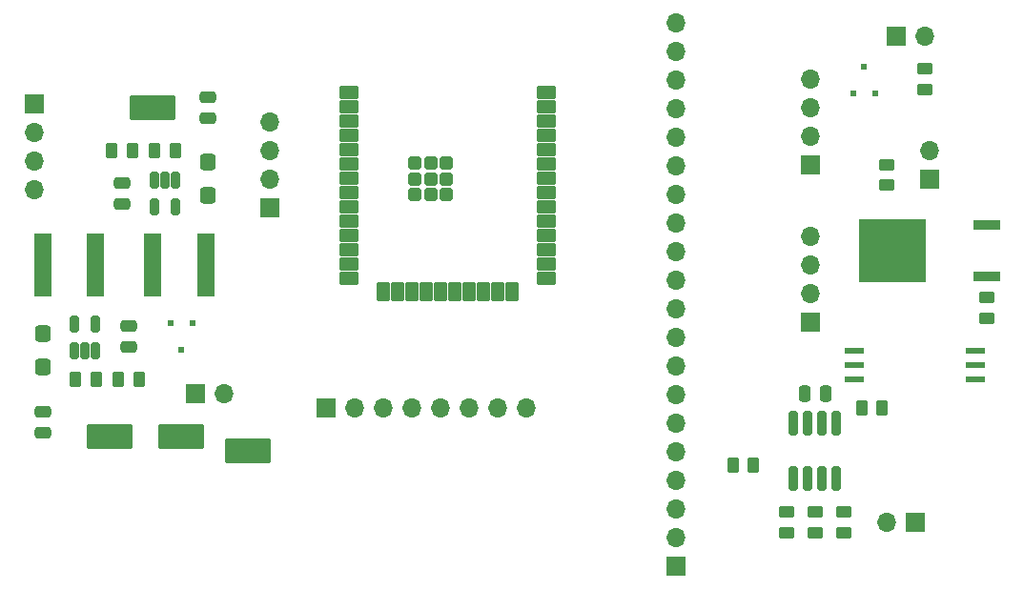
<source format=gbr>
%TF.GenerationSoftware,KiCad,Pcbnew,7.0.7*%
%TF.CreationDate,2023-09-28T16:33:33-05:00*%
%TF.ProjectId,CatLasers,4361744c-6173-4657-9273-2e6b69636164,rev?*%
%TF.SameCoordinates,Original*%
%TF.FileFunction,Soldermask,Top*%
%TF.FilePolarity,Negative*%
%FSLAX46Y46*%
G04 Gerber Fmt 4.6, Leading zero omitted, Abs format (unit mm)*
G04 Created by KiCad (PCBNEW 7.0.7) date 2023-09-28 16:33:33*
%MOMM*%
%LPD*%
G01*
G04 APERTURE LIST*
G04 Aperture macros list*
%AMRoundRect*
0 Rectangle with rounded corners*
0 $1 Rounding radius*
0 $2 $3 $4 $5 $6 $7 $8 $9 X,Y pos of 4 corners*
0 Add a 4 corners polygon primitive as box body*
4,1,4,$2,$3,$4,$5,$6,$7,$8,$9,$2,$3,0*
0 Add four circle primitives for the rounded corners*
1,1,$1+$1,$2,$3*
1,1,$1+$1,$4,$5*
1,1,$1+$1,$6,$7*
1,1,$1+$1,$8,$9*
0 Add four rect primitives between the rounded corners*
20,1,$1+$1,$2,$3,$4,$5,0*
20,1,$1+$1,$4,$5,$6,$7,0*
20,1,$1+$1,$6,$7,$8,$9,0*
20,1,$1+$1,$8,$9,$2,$3,0*%
G04 Aperture macros list end*
%ADD10RoundRect,0.102000X-0.750000X-0.450000X0.750000X-0.450000X0.750000X0.450000X-0.750000X0.450000X0*%
%ADD11RoundRect,0.102000X-0.450000X-0.750000X0.450000X-0.750000X0.450000X0.750000X-0.450000X0.750000X0*%
%ADD12RoundRect,0.102000X-0.450000X-0.450000X0.450000X-0.450000X0.450000X0.450000X-0.450000X0.450000X0*%
%ADD13R,1.701800X0.558800*%
%ADD14R,1.700000X1.700000*%
%ADD15O,1.700000X1.700000*%
%ADD16RoundRect,0.102000X1.900000X1.015000X-1.900000X1.015000X-1.900000X-1.015000X1.900000X-1.015000X0*%
%ADD17RoundRect,0.102000X-1.900000X-1.015000X1.900000X-1.015000X1.900000X1.015000X-1.900000X1.015000X0*%
%ADD18RoundRect,0.285000X-0.427000X0.437000X-0.427000X-0.437000X0.427000X-0.437000X0.427000X0.437000X0*%
%ADD19RoundRect,0.144000X0.258000X-0.943000X0.258000X0.943000X-0.258000X0.943000X-0.258000X-0.943000X0*%
%ADD20R,2.413000X0.939800*%
%ADD21R,6.019800X5.562600*%
%ADD22RoundRect,0.143300X0.253700X-0.578700X0.253700X0.578700X-0.253700X0.578700X-0.253700X-0.578700X0*%
%ADD23RoundRect,0.143300X-0.253700X0.578700X-0.253700X-0.578700X0.253700X-0.578700X0.253700X0.578700X0*%
%ADD24RoundRect,0.250000X-0.450000X0.262500X-0.450000X-0.262500X0.450000X-0.262500X0.450000X0.262500X0*%
%ADD25RoundRect,0.250000X0.450000X-0.262500X0.450000X0.262500X-0.450000X0.262500X-0.450000X-0.262500X0*%
%ADD26RoundRect,0.250000X-0.262500X-0.450000X0.262500X-0.450000X0.262500X0.450000X-0.262500X0.450000X0*%
%ADD27RoundRect,0.250000X0.262500X0.450000X-0.262500X0.450000X-0.262500X-0.450000X0.262500X-0.450000X0*%
%ADD28R,0.508000X0.508000*%
%ADD29R,1.600200X5.689600*%
%ADD30RoundRect,0.250000X-0.250000X-0.475000X0.250000X-0.475000X0.250000X0.475000X-0.250000X0.475000X0*%
%ADD31RoundRect,0.250000X0.475000X-0.250000X0.475000X0.250000X-0.475000X0.250000X-0.475000X-0.250000X0*%
G04 APERTURE END LIST*
D10*
%TO.C,U2*%
X76975000Y-29105000D03*
X76975000Y-30375000D03*
X76975000Y-31645000D03*
X76975000Y-32915000D03*
X76975000Y-34185000D03*
X76975000Y-35455000D03*
X76975000Y-36725000D03*
X76975000Y-37995000D03*
X76975000Y-39265000D03*
X76975000Y-40535000D03*
X76975000Y-41805000D03*
X76975000Y-43075000D03*
X76975000Y-44345000D03*
X76975000Y-45615000D03*
D11*
X80010000Y-46865000D03*
X81280000Y-46865000D03*
X82550000Y-46865000D03*
X83820000Y-46865000D03*
X85090000Y-46865000D03*
X86360000Y-46865000D03*
X87630000Y-46865000D03*
X88900000Y-46865000D03*
X90170000Y-46865000D03*
X91440000Y-46865000D03*
D10*
X94475000Y-45615000D03*
X94475000Y-44345000D03*
X94475000Y-43075000D03*
X94475000Y-41805000D03*
X94475000Y-40535000D03*
X94475000Y-39265000D03*
X94475000Y-37995000D03*
X94475000Y-36725000D03*
X94475000Y-35455000D03*
X94475000Y-34185000D03*
X94475000Y-32915000D03*
X94475000Y-31645000D03*
X94475000Y-30375000D03*
X94475000Y-29105000D03*
D12*
X82825000Y-35425000D03*
X84225000Y-35425000D03*
X85625000Y-35425000D03*
X82825000Y-36825000D03*
X84225000Y-36825000D03*
X85625000Y-36825000D03*
X82825000Y-38225000D03*
X84225000Y-38225000D03*
X85625000Y-38225000D03*
%TD*%
D13*
%TO.C,U4*%
X121855200Y-52070000D03*
X121855200Y-53340000D03*
X121855200Y-54610000D03*
X132624800Y-54610000D03*
X132624800Y-53340000D03*
X132624800Y-52070000D03*
%TD*%
D14*
%TO.C,J9*%
X117957500Y-49525000D03*
D15*
X117957500Y-46985000D03*
X117957500Y-44445000D03*
X117957500Y-41905000D03*
%TD*%
D16*
%TO.C,VBatt*%
X62110500Y-59690000D03*
%TD*%
%TO.C,3.3V*%
X55760500Y-59690000D03*
%TD*%
D17*
%TO.C,GND*%
X68000000Y-61000000D03*
%TD*%
%TO.C,18V*%
X59570500Y-30480000D03*
%TD*%
D18*
%TO.C,D2*%
X49791500Y-50580000D03*
X49791500Y-53560000D03*
%TD*%
%TO.C,D1*%
X64460000Y-38320000D03*
X64460000Y-35340000D03*
%TD*%
D19*
%TO.C,U6*%
X116445000Y-63430000D03*
X117715000Y-63430000D03*
X118985000Y-63430000D03*
X120255000Y-63430000D03*
X120255000Y-58490000D03*
X118985000Y-58490000D03*
X117715000Y-58490000D03*
X116445000Y-58490000D03*
%TD*%
D20*
%TO.C,U5*%
X133577300Y-45480000D03*
X133577300Y-40880000D03*
D21*
X125220700Y-43180000D03*
%TD*%
D22*
%TO.C,U3*%
X52590500Y-49700000D03*
X54490500Y-49700000D03*
X54490500Y-52070000D03*
X53540500Y-52070000D03*
X52590500Y-52070000D03*
%TD*%
D23*
%TO.C,U1*%
X61600000Y-36915000D03*
X60650000Y-36915000D03*
X59700000Y-36915000D03*
X59700000Y-39285000D03*
X61600000Y-39285000D03*
%TD*%
D24*
%TO.C,R12*%
X118350000Y-66397500D03*
X118350000Y-68222500D03*
%TD*%
D25*
%TO.C,R11*%
X115810000Y-68222500D03*
X115810000Y-66397500D03*
%TD*%
D26*
%TO.C,R10*%
X111087500Y-62230000D03*
X112912500Y-62230000D03*
%TD*%
D24*
%TO.C,R9*%
X120890000Y-66397500D03*
X120890000Y-68222500D03*
%TD*%
%TO.C,R8*%
X128117500Y-27032500D03*
X128117500Y-28857500D03*
%TD*%
D26*
%TO.C,R7*%
X122517500Y-57150000D03*
X124342500Y-57150000D03*
%TD*%
D25*
%TO.C,R6*%
X133590000Y-49172500D03*
X133590000Y-47347500D03*
%TD*%
%TO.C,R5*%
X124700000Y-37385000D03*
X124700000Y-35560000D03*
%TD*%
D27*
%TO.C,R4*%
X56499000Y-54610000D03*
X58324000Y-54610000D03*
%TD*%
%TO.C,R3*%
X57752500Y-34290000D03*
X55927500Y-34290000D03*
%TD*%
%TO.C,R2*%
X61562500Y-34290000D03*
X59737500Y-34290000D03*
%TD*%
%TO.C,R1*%
X52689000Y-54610000D03*
X54514000Y-54610000D03*
%TD*%
D28*
%TO.C,FET2*%
X63060501Y-49606200D03*
X61160499Y-49606200D03*
X62110500Y-51993800D03*
%TD*%
%TO.C,FET1*%
X121767500Y-29215000D03*
X123667502Y-29215000D03*
X122717501Y-26827400D03*
%TD*%
D29*
%TO.C,L2*%
X54490500Y-44450000D03*
X49791500Y-44450000D03*
%TD*%
%TO.C,L1*%
X64269500Y-44450000D03*
X59570500Y-44450000D03*
%TD*%
D15*
%TO.C,J8*%
X124700000Y-67310000D03*
D14*
X127240000Y-67310000D03*
%TD*%
%TO.C,J7*%
X49000000Y-30200000D03*
D15*
X49000000Y-32740000D03*
X49000000Y-35280000D03*
X49000000Y-37820000D03*
%TD*%
D14*
%TO.C,J6*%
X125577500Y-24135000D03*
D15*
X128117500Y-24135000D03*
%TD*%
%TO.C,J5*%
X106000000Y-22980000D03*
X106000000Y-25520000D03*
X106000000Y-28060000D03*
X106000000Y-30600000D03*
X106000000Y-33140000D03*
X106000000Y-35680000D03*
X106000000Y-38220000D03*
X106000000Y-40760000D03*
X106000000Y-43300000D03*
X106000000Y-45840000D03*
X106000000Y-48380000D03*
X106000000Y-50920000D03*
X106000000Y-53460000D03*
X106000000Y-56000000D03*
X106000000Y-58540000D03*
X106000000Y-61080000D03*
X106000000Y-63620000D03*
X106000000Y-66160000D03*
X106000000Y-68700000D03*
D14*
X106000000Y-71240000D03*
%TD*%
%TO.C,J4*%
X117957500Y-35555000D03*
D15*
X117957500Y-33015000D03*
X117957500Y-30475000D03*
X117957500Y-27935000D03*
%TD*%
D14*
%TO.C,J3*%
X69921500Y-39360000D03*
D15*
X69921500Y-36820000D03*
X69921500Y-34280000D03*
X69921500Y-31740000D03*
%TD*%
D14*
%TO.C,J2*%
X74930000Y-57150000D03*
D15*
X77470000Y-57150000D03*
X80010000Y-57150000D03*
X82550000Y-57150000D03*
X85090000Y-57150000D03*
X87630000Y-57150000D03*
X90170000Y-57150000D03*
X92710000Y-57150000D03*
%TD*%
D14*
%TO.C,J1*%
X128510000Y-36830000D03*
D15*
X128510000Y-34290000D03*
%TD*%
D30*
%TO.C,C5*%
X117400000Y-55880000D03*
X119300000Y-55880000D03*
%TD*%
D31*
%TO.C,C4*%
X49791500Y-57470000D03*
X49791500Y-59370000D03*
%TD*%
%TO.C,C3*%
X57411500Y-49850000D03*
X57411500Y-51750000D03*
%TD*%
%TO.C,C2*%
X64460000Y-31430000D03*
X64460000Y-29530000D03*
%TD*%
%TO.C,C1*%
X56840000Y-37150000D03*
X56840000Y-39050000D03*
%TD*%
D15*
%TO.C,BT1*%
X65920500Y-55880000D03*
D14*
X63380500Y-55880000D03*
%TD*%
M02*

</source>
